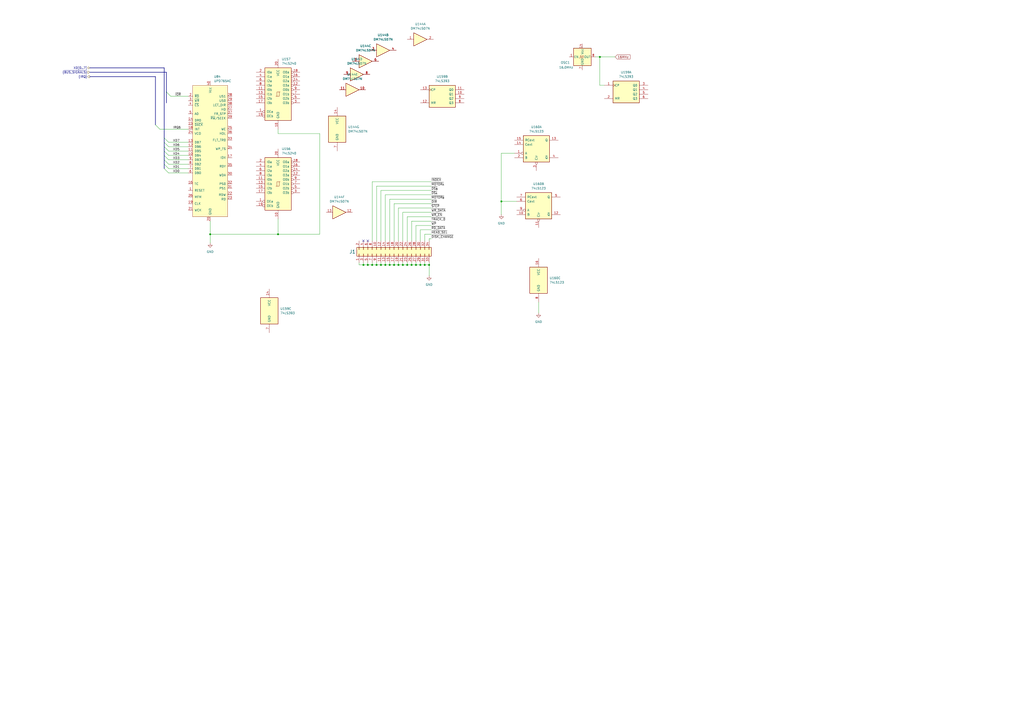
<source format=kicad_sch>
(kicad_sch (version 20250114) (generator "eeschema") (generator_version "9.0")
  (paper "A2")
  (lib_symbols
    (symbol "74xx:74LS123" (pin_names (offset 1.016))
      (property "Reference" "U" (at -7.62 8.89 0))
      (property "Value" "74LS123" (at -7.62 -8.89 0))
      (symbol "74LS123_1_0"
        (pin input line (at -12.7 5.08 0) (length 5.08) (name "RCext") (number "15"))
        (pin input line (at -12.7 2.54 0) (length 5.08) (name "Cext") (number "14"))
        (pin input inverted (at -12.7 -2.54 0) (length 5.08) (name "A") (number "1"))
        (pin input line (at -12.7 -5.08 0) (length 5.08) (name "B") (number "2"))
        (pin input inverted (at 0 -12.7 90) (length 5.08) (name "Clr") (number "3"))
        (pin output line (at 12.7 5.08 180) (length 5.08) (name "Q") (number "13"))
        (pin output line (at 12.7 -5.08 180) (length 5.08) (name "~{Q}") (number "4"))
      )
      (symbol "74LS123_1_1"
        (rectangle (start -7.62 7.62) (end 7.62 -7.62) (stroke (width 0.254)) (fill (type background)))
      )
      (symbol "74LS123_2_0"
        (pin input line (at -12.7 5.08 0) (length 5.08) (name "RCext") (number "7"))
        (pin input line (at -12.7 2.54 0) (length 5.08) (name "Cext") (number "6"))
        (pin input inverted (at -12.7 -2.54 0) (length 5.08) (name "A") (number "9"))
        (pin input line (at -12.7 -5.08 0) (length 5.08) (name "B") (number "10"))
        (pin input inverted (at 0 -12.7 90) (length 5.08) (name "Clr") (number "11"))
        (pin output line (at 12.7 5.08 180) (length 5.08) (name "Q") (number "5"))
        (pin output line (at 12.7 -5.08 180) (length 5.08) (name "~{Q}") (number "12"))
      )
      (symbol "74LS123_2_1"
        (rectangle (start -7.62 7.62) (end 7.62 -7.62) (stroke (width 0.254)) (fill (type background)))
      )
      (symbol "74LS123_3_0"
        (pin power_in line (at 0 12.7 270) (length 5.08) (name "VCC") (number "16"))
        (pin power_in line (at 0 -12.7 90) (length 5.08) (name "GND") (number "8"))
      )
      (symbol "74LS123_3_1"
        (rectangle (start -5.08 7.62) (end 5.08 -7.62) (stroke (width 0.254)) (fill (type background)))
      )
    )
    (symbol "74xx:74LS240" (pin_names (offset 1.016))
      (property "Reference" "U" (at -7.62 16.51 0))
      (property "Value" "74LS240" (at -7.62 -16.51 0))
      (symbol "74LS240_1_0"
        (polyline (pts (xy -1.27 -1.27) (xy 0.635 -1.27) (xy 0.635 1.27) (xy 1.27 1.27)))
        (polyline (pts (xy -0.635 -1.27) (xy -0.635 1.27) (xy 0.635 1.27)))
        (pin input line (at -12.7 12.7 0) (length 5.08) (name "I0a") (number "2"))
        (pin input line (at -12.7 10.16 0) (length 5.08) (name "I1a") (number "4"))
        (pin input line (at -12.7 7.62 0) (length 5.08) (name "I2a") (number "6"))
        (pin input line (at -12.7 5.08 0) (length 5.08) (name "I3a") (number "8"))
        (pin input line (at -12.7 2.54 0) (length 5.08) (name "I0b") (number "11"))
        (pin input line (at -12.7 0 0) (length 5.08) (name "I1b") (number "13"))
        (pin input line (at -12.7 -2.54 0) (length 5.08) (name "I2b") (number "15"))
        (pin input line (at -12.7 -5.08 0) (length 5.08) (name "I3b") (number "17"))
        (pin input inverted (at -12.7 -10.16 0) (length 5.08) (name "OEa") (number "1"))
        (pin input inverted (at -12.7 -12.7 0) (length 5.08) (name "OEb") (number "19"))
        (pin power_in line (at 0 20.32 270) (length 5.08) (name "VCC") (number "20"))
        (pin power_in line (at 0 -20.32 90) (length 5.08) (name "GND") (number "10"))
        (pin tri_state inverted (at 12.7 12.7 180) (length 5.08) (name "O0a") (number "18"))
        (pin tri_state inverted (at 12.7 10.16 180) (length 5.08) (name "O1a") (number "16"))
        (pin tri_state inverted (at 12.7 7.62 180) (length 5.08) (name "O2a") (number "14"))
        (pin tri_state inverted (at 12.7 5.08 180) (length 5.08) (name "O3a") (number "12"))
        (pin tri_state inverted (at 12.7 2.54 180) (length 5.08) (name "O0b") (number "9"))
        (pin tri_state inverted (at 12.7 0 180) (length 5.08) (name "O1b") (number "7"))
        (pin tri_state inverted (at 12.7 -2.54 180) (length 5.08) (name "O2b") (number "5"))
        (pin tri_state inverted (at 12.7 -5.08 180) (length 5.08) (name "O3b") (number "3"))
      )
      (symbol "74LS240_1_1"
        (rectangle (start -7.62 15.24) (end 7.62 -15.24) (stroke (width 0.254)) (fill (type background)))
      )
    )
    (symbol "74xx:74LS393" (pin_names (offset 1.016))
      (property "Reference" "U" (at -7.62 8.89 0))
      (property "Value" "74LS393" (at -7.62 -8.89 0))
      (symbol "74LS393_1_0"
        (pin input clock (at -12.7 2.54 0) (length 5.08) (name "CP") (number "1"))
        (pin input line (at -12.7 -5.08 0) (length 5.08) (name "MR") (number "2"))
        (pin output line (at 12.7 2.54 180) (length 5.08) (name "Q0") (number "3"))
        (pin output line (at 12.7 0 180) (length 5.08) (name "Q1") (number "4"))
        (pin output line (at 12.7 -2.54 180) (length 5.08) (name "Q2") (number "5"))
        (pin output line (at 12.7 -5.08 180) (length 5.08) (name "Q3") (number "6"))
      )
      (symbol "74LS393_1_1"
        (rectangle (start -7.62 5.08) (end 7.62 -7.62) (stroke (width 0.254)) (fill (type background)))
      )
      (symbol "74LS393_2_0"
        (pin input clock (at -12.7 2.54 0) (length 5.08) (name "CP") (number "13"))
        (pin input line (at -12.7 -5.08 0) (length 5.08) (name "MR") (number "12"))
        (pin output line (at 12.7 2.54 180) (length 5.08) (name "Q0") (number "11"))
        (pin output line (at 12.7 0 180) (length 5.08) (name "Q1") (number "10"))
        (pin output line (at 12.7 -2.54 180) (length 5.08) (name "Q2") (number "9"))
        (pin output line (at 12.7 -5.08 180) (length 5.08) (name "Q3") (number "8"))
      )
      (symbol "74LS393_2_1"
        (rectangle (start -7.62 5.08) (end 7.62 -7.62) (stroke (width 0.254)) (fill (type background)))
      )
      (symbol "74LS393_3_0"
        (pin power_in line (at 0 12.7 270) (length 5.08) (name "VCC") (number "14"))
        (pin power_in line (at 0 -12.7 90) (length 5.08) (name "GND") (number "7"))
      )
      (symbol "74LS393_3_1"
        (rectangle (start -5.08 7.62) (end 5.08 -7.62) (stroke (width 0.254)) (fill (type background)))
      )
    )
    (symbol "74xx:SN74LS07N" (pin_names (offset 1.016))
      (property "Reference" "U" (at 0 1.27 0))
      (property "Value" "SN74LS07N" (at 0 -1.27 0))
      (symbol "SN74LS07N_1_0"
        (polyline (pts (xy -3.81 3.81) (xy -3.81 -3.81) (xy 3.81 0) (xy -3.81 3.81)) (stroke (width 0.254)) (fill (type background)))
        (pin input line (at -7.62 0 0) (length 3.81) (name "~") (number "1"))
        (pin open_collector line (at 7.62 0 180) (length 3.81) (name "~") (number "2"))
      )
      (symbol "SN74LS07N_2_0"
        (polyline (pts (xy -3.81 3.81) (xy -3.81 -3.81) (xy 3.81 0) (xy -3.81 3.81)) (stroke (width 0.254)) (fill (type background)))
        (pin input line (at -7.62 0 0) (length 3.81) (name "~") (number "3"))
        (pin open_collector line (at 7.62 0 180) (length 3.81) (name "~") (number "4"))
      )
      (symbol "SN74LS07N_3_0"
        (polyline (pts (xy -3.81 3.81) (xy -3.81 -3.81) (xy 3.81 0) (xy -3.81 3.81)) (stroke (width 0.254)) (fill (type background)))
        (pin input line (at -7.62 0 0) (length 3.81) (name "~") (number "5"))
        (pin open_collector line (at 7.62 0 180) (length 3.81) (name "~") (number "6"))
      )
      (symbol "SN74LS07N_4_0"
        (polyline (pts (xy -3.81 3.81) (xy -3.81 -3.81) (xy 3.81 0) (xy -3.81 3.81)) (stroke (width 0.254)) (fill (type background)))
        (pin input line (at -7.62 0 0) (length 3.81) (name "~") (number "9"))
        (pin open_collector line (at 7.62 0 180) (length 3.81) (name "~") (number "8"))
      )
      (symbol "SN74LS07N_5_0"
        (polyline (pts (xy -3.81 3.81) (xy -3.81 -3.81) (xy 3.81 0) (xy -3.81 3.81)) (stroke (width 0.254)) (fill (type background)))
        (pin input line (at -7.62 0 0) (length 3.81) (name "~") (number "11"))
        (pin open_collector line (at 7.62 0 180) (length 3.81) (name "~") (number "10"))
      )
      (symbol "SN74LS07N_6_0"
        (polyline (pts (xy -3.81 3.81) (xy -3.81 -3.81) (xy 3.81 0) (xy -3.81 3.81)) (stroke (width 0.254)) (fill (type background)))
        (pin input line (at -7.62 0 0) (length 3.81) (name "~") (number "13"))
        (pin open_collector line (at 7.62 0 180) (length 3.81) (name "~") (number "12"))
      )
      (symbol "SN74LS07N_7_0"
        (pin power_in line (at 0 12.7 270) (length 5.08) (name "VCC") (number "14"))
        (pin power_in line (at 0 -12.7 90) (length 5.08) (name "GND") (number "7"))
      )
      (symbol "SN74LS07N_7_1"
        (rectangle (start -5.08 7.62) (end 5.08 -7.62) (stroke (width 0.254)) (fill (type background)))
      )
    )
    (symbol "Connector_Generic:Conn_02x17_Odd_Even" (pin_names (offset 1.016) (hide yes))
      (property "Reference" "J" (at 1.27 22.86 0))
      (property "Value" "Conn_02x17_Odd_Even" (at 1.27 -22.86 0))
      (symbol "Conn_02x17_Odd_Even_1_1"
        (rectangle (start -1.27 21.59) (end 3.81 -21.59) (stroke (width 0.254)) (fill (type background)))
        (rectangle (start -1.27 20.447) (end 0 20.193) (stroke (width 0.1524)))
        (rectangle (start -1.27 17.907) (end 0 17.653) (stroke (width 0.1524)))
        (rectangle (start -1.27 15.367) (end 0 15.113) (stroke (width 0.1524)))
        (rectangle (start -1.27 12.827) (end 0 12.573) (stroke (width 0.1524)))
        (rectangle (start -1.27 10.287) (end 0 10.033) (stroke (width 0.1524)))
        (rectangle (start -1.27 7.747) (end 0 7.493) (stroke (width 0.1524)))
        (rectangle (start -1.27 5.207) (end 0 4.953) (stroke (width 0.1524)))
        (rectangle (start -1.27 2.667) (end 0 2.413) (stroke (width 0.1524)))
        (rectangle (start -1.27 0.127) (end 0 -0.127) (stroke (width 0.1524)))
        (rectangle (start -1.27 -2.413) (end 0 -2.667) (stroke (width 0.1524)))
        (rectangle (start -1.27 -4.953) (end 0 -5.207) (stroke (width 0.1524)))
        (rectangle (start -1.27 -7.493) (end 0 -7.747) (stroke (width 0.1524)))
        (rectangle (start -1.27 -10.033) (end 0 -10.287) (stroke (width 0.1524)))
        (rectangle (start -1.27 -12.573) (end 0 -12.827) (stroke (width 0.1524)))
        (rectangle (start -1.27 -15.113) (end 0 -15.367) (stroke (width 0.1524)))
        (rectangle (start -1.27 -17.653) (end 0 -17.907) (stroke (width 0.1524)))
        (rectangle (start -1.27 -20.193) (end 0 -20.447) (stroke (width 0.1524)))
        (rectangle (start 3.81 20.447) (end 2.54 20.193) (stroke (width 0.1524)))
        (rectangle (start 3.81 17.907) (end 2.54 17.653) (stroke (width 0.1524)))
        (rectangle (start 3.81 15.367) (end 2.54 15.113) (stroke (width 0.1524)))
        (rectangle (start 3.81 12.827) (end 2.54 12.573) (stroke (width 0.1524)))
        (rectangle (start 3.81 10.287) (end 2.54 10.033) (stroke (width 0.1524)))
        (rectangle (start 3.81 7.747) (end 2.54 7.493) (stroke (width 0.1524)))
        (rectangle (start 3.81 5.207) (end 2.54 4.953) (stroke (width 0.1524)))
        (rectangle (start 3.81 2.667) (end 2.54 2.413) (stroke (width 0.1524)))
        (rectangle (start 3.81 0.127) (end 2.54 -0.127) (stroke (width 0.1524)))
        (rectangle (start 3.81 -2.413) (end 2.54 -2.667) (stroke (width 0.1524)))
        (rectangle (start 3.81 -4.953) (end 2.54 -5.207) (stroke (width 0.1524)))
        (rectangle (start 3.81 -7.493) (end 2.54 -7.747) (stroke (width 0.1524)))
        (rectangle (start 3.81 -10.033) (end 2.54 -10.287) (stroke (width 0.1524)))
        (rectangle (start 3.81 -12.573) (end 2.54 -12.827) (stroke (width 0.1524)))
        (rectangle (start 3.81 -15.113) (end 2.54 -15.367) (stroke (width 0.1524)))
        (rectangle (start 3.81 -17.653) (end 2.54 -17.907) (stroke (width 0.1524)))
        (rectangle (start 3.81 -20.193) (end 2.54 -20.447) (stroke (width 0.1524)))
        (pin passive line (at -5.08 20.32 0) (length 3.81) (name "Pin_1") (number "1"))
        (pin passive line (at -5.08 17.78 0) (length 3.81) (name "Pin_3") (number "3"))
        (pin passive line (at -5.08 15.24 0) (length 3.81) (name "Pin_5") (number "5"))
        (pin passive line (at -5.08 12.7 0) (length 3.81) (name "Pin_7") (number "7"))
        (pin passive line (at -5.08 10.16 0) (length 3.81) (name "Pin_9") (number "9"))
        (pin passive line (at -5.08 7.62 0) (length 3.81) (name "Pin_11") (number "11"))
        (pin passive line (at -5.08 5.08 0) (length 3.81) (name "Pin_13") (number "13"))
        (pin passive line (at -5.08 2.54 0) (length 3.81) (name "Pin_15") (number "15"))
        (pin passive line (at -5.08 0 0) (length 3.81) (name "Pin_17") (number "17"))
        (pin passive line (at -5.08 -2.54 0) (length 3.81) (name "Pin_19") (number "19"))
        (pin passive line (at -5.08 -5.08 0) (length 3.81) (name "Pin_21") (number "21"))
        (pin passive line (at -5.08 -7.62 0) (length 3.81) (name "Pin_23") (number "23"))
        (pin passive line (at -5.08 -10.16 0) (length 3.81) (name "Pin_25") (number "25"))
        (pin passive line (at -5.08 -12.7 0) (length 3.81) (name "Pin_27") (number "27"))
        (pin passive line (at -5.08 -15.24 0) (length 3.81) (name "Pin_29") (number "29"))
        (pin passive line (at -5.08 -17.78 0) (length 3.81) (name "Pin_31") (number "31"))
        (pin passive line (at -5.08 -20.32 0) (length 3.81) (name "Pin_33") (number "33"))
        (pin passive line (at 7.62 20.32 180) (length 3.81) (name "Pin_2") (number "2"))
        (pin passive line (at 7.62 17.78 180) (length 3.81) (name "Pin_4") (number "4"))
        (pin passive line (at 7.62 15.24 180) (length 3.81) (name "Pin_6") (number "6"))
        (pin passive line (at 7.62 12.7 180) (length 3.81) (name "Pin_8") (number "8"))
        (pin passive line (at 7.62 10.16 180) (length 3.81) (name "Pin_10") (number "10"))
        (pin passive line (at 7.62 7.62 180) (length 3.81) (name "Pin_12") (number "12"))
        (pin passive line (at 7.62 5.08 180) (length 3.81) (name "Pin_14") (number "14"))
        (pin passive line (at 7.62 2.54 180) (length 3.81) (name "Pin_16") (number "16"))
        (pin passive line (at 7.62 0 180) (length 3.81) (name "Pin_18") (number "18"))
        (pin passive line (at 7.62 -2.54 180) (length 3.81) (name "Pin_20") (number "20"))
        (pin passive line (at 7.62 -5.08 180) (length 3.81) (name "Pin_22") (number "22"))
        (pin passive line (at 7.62 -7.62 180) (length 3.81) (name "Pin_24") (number "24"))
        (pin passive line (at 7.62 -10.16 180) (length 3.81) (name "Pin_26") (number "26"))
        (pin passive line (at 7.62 -12.7 180) (length 3.81) (name "Pin_28") (number "28"))
        (pin passive line (at 7.62 -15.24 180) (length 3.81) (name "Pin_30") (number "30"))
        (pin passive line (at 7.62 -17.78 180) (length 3.81) (name "Pin_32") (number "32"))
        (pin passive line (at 7.62 -20.32 180) (length 3.81) (name "Pin_34") (number "34"))
      )
    )
    (symbol "Oscillator:CXO_DIP14" (pin_names (offset 0.254))
      (property "Reference" "Y" (at -5.08 6.35 0))
      (property "Value" "CXO_DIP14" (at 1.27 -6.35 0))
      (symbol "CXO_DIP14_0_1"
        (rectangle (start -5.08 5.08) (end 5.08 -5.08) (stroke (width 0.254)) (fill (type background)))
        (polyline (pts (xy -1.905 -0.635) (xy -1.27 -0.635) (xy -1.27 0.635) (xy -0.635 0.635) (xy -0.635 -0.635) (xy 0 -0.635) (xy 0 0.635) (xy 0.635 0.635) (xy 0.635 -0.635)))
      )
      (symbol "CXO_DIP14_1_1"
        (pin input line (at -7.62 0 0) (length 2.54) (name "EN") (number "1"))
        (pin power_in line (at 0 7.62 270) (length 2.54) (name "Vcc") (number "14"))
        (pin power_in line (at 0 -7.62 90) (length 2.54) (name "GND") (number "7"))
        (pin output line (at 7.62 0 180) (length 2.54) (name "OUT") (number "8"))
      )
    )
    (symbol "power:GND" (power) (pin_numbers (hide yes)) (pin_names (offset 0) (hide yes))
      (property "Value" "GND" (at 0 -3.81 0))
      (symbol "GND_0_1"
        (polyline (pts (xy 0 0) (xy 0 -1.27) (xy 1.27 -1.27) (xy 0 -2.54) (xy -1.27 -1.27) (xy 0 -1.27)))
      )
      (symbol "GND_1_1"
        (pin power_in line (at 0 0 270) (length 0) (name "~") (number "1"))
      )
    )
    (symbol "seequa:UPD765AC" (pin_names (offset 1.016))
      (property "Reference" "U" (at 0 45.72 0))
      (property "Value" "UPD765AC" (at 0 43.18 0))
      (symbol "UPD765AC_0_0"
        (pin input line (at -12.7 31.75 0) (length 2.54) (name "~{RD}") (number "2"))
        (pin input line (at -12.7 29.21 0) (length 2.54) (name "~{WR}") (number "3"))
        (pin input line (at -12.7 26.67 0) (length 2.54) (name "~{CS}") (number "4"))
        (pin input line (at -12.7 21.59 0) (length 2.54) (name "A0") (number "5"))
        (pin output line (at -12.7 17.78 0) (length 2.54) (name "DR0") (number "14"))
        (pin input line (at -12.7 15.24 0) (length 2.54) (name "~{DACK}") (number "15"))
        (pin output line (at -12.7 12.7 0) (length 2.54) (name "INT") (number "18"))
        (pin input line (at -12.7 10.16 0) (length 2.54) (name "VCO") (number "24"))
        (pin tri_state line (at -12.7 5.08 0) (length 2.54) (name "DB7") (number "13"))
        (pin tri_state line (at -12.7 2.54 0) (length 2.54) (name "DB6") (number "12"))
        (pin tri_state line (at -12.7 0 0) (length 2.54) (name "DB5") (number "11"))
        (pin tri_state line (at -12.7 -2.54 0) (length 2.54) (name "DB4") (number "10"))
        (pin tri_state line (at -12.7 -5.08 0) (length 2.54) (name "DB3") (number "9"))
        (pin tri_state line (at -12.7 -7.62 0) (length 2.54) (name "DB2") (number "8"))
        (pin tri_state line (at -12.7 -10.16 0) (length 2.54) (name "DB1") (number "7"))
        (pin tri_state line (at -12.7 -12.7 0) (length 2.54) (name "DB0") (number "6"))
        (pin input line (at -12.7 -19.05 0) (length 2.54) (name "TC") (number "16"))
        (pin input line (at -12.7 -22.86 0) (length 2.54) (name "RESET") (number "1"))
        (pin output line (at -12.7 -26.67 0) (length 2.54) (name "MFM") (number "26"))
        (pin input line (at -12.7 -30.48 0) (length 2.54) (name "CLK") (number "19"))
        (pin input line (at -12.7 -34.29 0) (length 2.54) (name "WCK") (number "21"))
        (pin power_in line (at 0 40.64 270) (length 2.54) (name "Vcc") (number "40"))
        (pin power_in line (at 0 -40.64 90) (length 2.54) (name "GND") (number "20"))
        (pin output line (at 12.7 31.75 180) (length 2.54) (name "US1") (number "28"))
        (pin output line (at 12.7 29.21 180) (length 2.54) (name "US0") (number "29"))
        (pin output line (at 12.7 26.67 180) (length 2.54) (name "LCT_DIR") (number "38"))
        (pin output line (at 12.7 24.13 180) (length 2.54) (name "HD") (number "27"))
        (pin output line (at 12.7 21.59 180) (length 2.54) (name "FR_STP") (number "37"))
        (pin output line (at 12.7 19.05 180) (length 2.54) (name "~{RW}/SEEK") (number "39"))
        (pin output line (at 12.7 12.7 180) (length 2.54) (name "WE") (number "25"))
        (pin output line (at 12.7 10.16 180) (length 2.54) (name "HDL") (number "36"))
        (pin input line (at 12.7 6.35 180) (length 2.54) (name "FLT_TR0") (number "33"))
        (pin input line (at 12.7 1.27 180) (length 2.54) (name "WP_TS") (number "34"))
        (pin input line (at 12.7 -3.81 180) (length 2.54) (name "IDX") (number "17"))
        (pin input line (at 12.7 -8.89 180) (length 2.54) (name "RDY") (number "35"))
        (pin output line (at 12.7 -13.97 180) (length 2.54) (name "WDA") (number "30"))
        (pin output line (at 12.7 -19.05 180) (length 2.54) (name "PS0") (number "32"))
        (pin output line (at 12.7 -21.59 180) (length 2.54) (name "PS1") (number "31"))
        (pin input line (at 12.7 -25.4 180) (length 2.54) (name "RDW") (number "22"))
        (pin input line (at 12.7 -27.94 180) (length 2.54) (name "RD") (number "23"))
      )
      (symbol "UPD765AC_0_1"
        (rectangle (start -10.16 38.1) (end 10.16 -38.1) (fill (type background)))
      )
    )
  )
  (junction (at 220.98 153.67))
  (junction (at 290.83 116.84))
  (junction (at 243.84 153.67))
  (junction (at 228.6 153.67))
  (junction (at 233.68 153.67))
  (junction (at 241.3 153.67))
  (junction (at 218.44 153.67))
  (junction (at 215.9 153.67))
  (junction (at 231.14 153.67))
  (junction (at 223.52 153.67))
  (junction (at 248.92 153.67))
  (junction (at 226.06 153.67))
  (junction (at 347.98 33.02))
  (junction (at 213.36 153.67))
  (junction (at 238.76 153.67))
  (junction (at 161.29 135.89))
  (junction (at 121.92 135.89))
  (junction (at 236.22 153.67))
  (junction (at 246.38 153.67))
  (junction (at 210.82 153.67))
  (no_connect (at 210.82 139.7))
  (no_connect (at 213.36 139.7))
  (bus_entry (at 95.25 82.55) (size 2.54 2.54))
  (bus_entry (at 90.17 72.39) (size 2.54 2.54))
  (bus_entry (at 95.25 95.25) (size 2.54 2.54))
  (bus_entry (at 95.25 92.71) (size 2.54 2.54))
  (bus_entry (at 95.25 80.01) (size 2.54 2.54))
  (bus_entry (at 95.25 90.17) (size 2.54 2.54))
  (bus_entry (at 95.25 85.09) (size 2.54 2.54))
  (bus_entry (at 95.25 97.79) (size 2.54 2.54))
  (bus_entry (at 96.52 53.34) (size 2.54 2.54))
  (bus_entry (at 95.25 87.63) (size 2.54 2.54))
  (wire (pts (xy 233.68 153.67) (xy 233.68 152.4)))
  (bus (pts (xy 95.25 90.17) (xy 95.25 92.71)))
  (wire (pts (xy 223.52 153.67) (xy 220.98 153.67)))
  (wire (pts (xy 250.19 113.03) (xy 223.52 113.03)))
  (wire (pts (xy 213.36 153.67) (xy 213.36 152.4)))
  (wire (pts (xy 121.92 135.89) (xy 121.92 140.97)))
  (wire (pts (xy 250.19 128.27) (xy 238.76 128.27)))
  (wire (pts (xy 236.22 125.73) (xy 236.22 139.7)))
  (wire (pts (xy 250.19 107.95) (xy 218.44 107.95)))
  (bus (pts (xy 95.25 92.71) (xy 95.25 95.25)))
  (wire (pts (xy 250.19 120.65) (xy 231.14 120.65)))
  (wire (pts (xy 97.79 85.09) (xy 109.22 85.09)))
  (wire (pts (xy 250.19 105.41) (xy 215.9 105.41)))
  (bus (pts (xy 95.25 39.37) (xy 95.25 80.01)))
  (wire (pts (xy 161.29 74.93) (xy 161.29 77.47)))
  (wire (pts (xy 248.92 160.02) (xy 248.92 153.67)))
  (wire (pts (xy 228.6 118.11) (xy 228.6 139.7)))
  (wire (pts (xy 218.44 107.95) (xy 218.44 139.7)))
  (wire (pts (xy 97.79 87.63) (xy 109.22 87.63)))
  (wire (pts (xy 218.44 153.67) (xy 215.9 153.67)))
  (bus (pts (xy 95.25 85.09) (xy 95.25 87.63)))
  (wire (pts (xy 97.79 100.33) (xy 109.22 100.33)))
  (wire (pts (xy 231.14 153.67) (xy 228.6 153.67)))
  (wire (pts (xy 290.83 116.84) (xy 290.83 124.46)))
  (bus (pts (xy 95.25 80.01) (xy 95.25 82.55)))
  (bus (pts (xy 90.17 44.45) (xy 90.17 72.39)))
  (wire (pts (xy 250.19 135.89) (xy 246.38 135.89)))
  (wire (pts (xy 248.92 153.67) (xy 246.38 153.67)))
  (wire (pts (xy 250.19 118.11) (xy 228.6 118.11)))
  (wire (pts (xy 236.22 153.67) (xy 236.22 152.4)))
  (wire (pts (xy 231.14 120.65) (xy 231.14 139.7)))
  (bus (pts (xy 96.52 53.34) (xy 96.52 59.69)))
  (wire (pts (xy 298.45 88.9) (xy 290.83 88.9)))
  (wire (pts (xy 241.3 153.67) (xy 241.3 152.4)))
  (wire (pts (xy 250.19 115.57) (xy 226.06 115.57)))
  (wire (pts (xy 241.3 130.81) (xy 241.3 139.7)))
  (wire (pts (xy 347.98 33.02) (xy 347.98 49.53)))
  (wire (pts (xy 238.76 128.27) (xy 238.76 139.7)))
  (wire (pts (xy 97.79 90.17) (xy 109.22 90.17)))
  (wire (pts (xy 347.98 49.53) (xy 350.52 49.53)))
  (wire (pts (xy 161.29 127) (xy 161.29 135.89)))
  (wire (pts (xy 243.84 133.35) (xy 243.84 139.7)))
  (wire (pts (xy 218.44 153.67) (xy 218.44 152.4)))
  (wire (pts (xy 246.38 153.67) (xy 246.38 152.4)))
  (bus (pts (xy 95.25 87.63) (xy 95.25 90.17)))
  (wire (pts (xy 312.42 181.61) (xy 312.42 175.26)))
  (wire (pts (xy 290.83 116.84) (xy 299.72 116.84)))
  (bus (pts (xy 52.07 41.91) (xy 96.52 41.91)))
  (wire (pts (xy 210.82 153.67) (xy 210.82 152.4)))
  (wire (pts (xy 231.14 153.67) (xy 231.14 152.4)))
  (wire (pts (xy 250.19 125.73) (xy 236.22 125.73)))
  (bus (pts (xy 96.52 41.91) (xy 96.52 53.34)))
  (wire (pts (xy 246.38 153.67) (xy 243.84 153.67)))
  (wire (pts (xy 97.79 97.79) (xy 109.22 97.79)))
  (wire (pts (xy 345.44 33.02) (xy 347.98 33.02)))
  (wire (pts (xy 250.19 133.35) (xy 243.84 133.35)))
  (wire (pts (xy 226.06 153.67) (xy 226.06 152.4)))
  (wire (pts (xy 223.52 153.67) (xy 223.52 152.4)))
  (wire (pts (xy 215.9 153.67) (xy 215.9 152.4)))
  (wire (pts (xy 236.22 153.67) (xy 233.68 153.67)))
  (wire (pts (xy 347.98 33.02) (xy 356.87 33.02)))
  (wire (pts (xy 208.28 153.67) (xy 208.28 152.4)))
  (wire (pts (xy 250.19 123.19) (xy 233.68 123.19)))
  (bus (pts (xy 95.25 95.25) (xy 95.25 97.79)))
  (wire (pts (xy 233.68 153.67) (xy 231.14 153.67)))
  (wire (pts (xy 215.9 105.41) (xy 215.9 139.7)))
  (wire (pts (xy 250.19 130.81) (xy 241.3 130.81)))
  (bus (pts (xy 52.07 39.37) (xy 95.25 39.37)))
  (wire (pts (xy 185.42 77.47) (xy 185.42 135.89)))
  (wire (pts (xy 226.06 115.57) (xy 226.06 139.7)))
  (wire (pts (xy 248.92 138.43) (xy 248.92 139.7)))
  (wire (pts (xy 250.19 110.49) (xy 220.98 110.49)))
  (wire (pts (xy 226.06 153.67) (xy 223.52 153.67)))
  (wire (pts (xy 290.83 88.9) (xy 290.83 116.84)))
  (wire (pts (xy 99.06 55.88) (xy 109.22 55.88)))
  (wire (pts (xy 233.68 123.19) (xy 233.68 139.7)))
  (bus (pts (xy 52.07 44.45) (xy 90.17 44.45)))
  (wire (pts (xy 220.98 153.67) (xy 220.98 152.4)))
  (wire (pts (xy 223.52 113.03) (xy 223.52 139.7)))
  (wire (pts (xy 228.6 153.67) (xy 226.06 153.67)))
  (wire (pts (xy 220.98 153.67) (xy 218.44 153.67)))
  (wire (pts (xy 97.79 92.71) (xy 109.22 92.71)))
  (wire (pts (xy 215.9 153.67) (xy 213.36 153.67)))
  (wire (pts (xy 241.3 153.67) (xy 238.76 153.67)))
  (wire (pts (xy 161.29 77.47) (xy 185.42 77.47)))
  (wire (pts (xy 238.76 153.67) (xy 236.22 153.67)))
  (wire (pts (xy 250.19 138.43) (xy 248.92 138.43)))
  (wire (pts (xy 243.84 153.67) (xy 243.84 152.4)))
  (wire (pts (xy 243.84 153.67) (xy 241.3 153.67)))
  (wire (pts (xy 220.98 110.49) (xy 220.98 139.7)))
  (wire (pts (xy 185.42 135.89) (xy 161.29 135.89)))
  (wire (pts (xy 97.79 82.55) (xy 109.22 82.55)))
  (wire (pts (xy 210.82 153.67) (xy 208.28 153.67)))
  (wire (pts (xy 121.92 128.27) (xy 121.92 135.89)))
  (wire (pts (xy 161.29 135.89) (xy 121.92 135.89)))
  (bus (pts (xy 95.25 82.55) (xy 95.25 85.09)))
  (wire (pts (xy 213.36 153.67) (xy 210.82 153.67)))
  (wire (pts (xy 246.38 135.89) (xy 246.38 139.7)))
  (wire (pts (xy 228.6 153.67) (xy 228.6 152.4)))
  (wire (pts (xy 92.71 74.93) (xy 109.22 74.93)))
  (wire (pts (xy 97.79 95.25) (xy 109.22 95.25)))
  (wire (pts (xy 238.76 153.67) (xy 238.76 152.4)))
  (wire (pts (xy 248.92 153.67) (xy 248.92 152.4)))
  (label "XD4" (at 100.33 90.17 0))
  (label "~{MOTOR_{A}}" (at 250.19 107.95 0))
  (label "~{WR_DATA}" (at 250.19 123.19 0))
  (label "XD5" (at 100.33 87.63 0))
  (label "~{MOTOR_{B}}" (at 250.19 115.57 0))
  (label "XD2" (at 100.33 95.25 0))
  (label "~{DIR}" (at 250.19 118.11 0))
  (label "~{HEAD_SEL}" (at 250.19 135.89 0))
  (label "~{INDEX}" (at 250.19 105.41 0))
  (label "~{DS_{B}}" (at 250.19 110.49 0))
  (label "IRQ6" (at 100.33 74.93 0))
  (label "~{IOR}" (at 101.6 55.88 0))
  (label "~{STEP}" (at 250.19 120.65 0))
  (label "XD6" (at 100.33 85.09 0))
  (label "XD0" (at 100.33 100.33 0))
  (label "~{WR_EN}" (at 250.19 125.73 0))
  (label "XD1" (at 100.33 97.79 0))
  (label "~{DS_{A}}" (at 250.19 113.03 0))
  (label "~{RD_DATA}" (at 250.19 133.35 0))
  (label "XD7" (at 100.33 82.55 0))
  (label "XD3" (at 100.33 92.71 0))
  (label "~{TRACK_0}" (at 250.19 128.27 0))
  (label "~{WP}" (at 250.19 130.81 0))
  (label "~{DISK_CHANGE}" (at 250.19 138.43 0))
  (global_label "16MHz" (shape input) (at 356.87 33.02 0) (property "Intersheetrefs" "${INTERSHEET_REFS}" (effects (hide yes))))
  (hierarchical_label "{IRQ}" (shape output) (at 52.07 44.45 180))
  (hierarchical_label "{~{BUS_SIGNALS}}" (shape input) (at 52.07 41.91 180))
  (hierarchical_label "XD[0..7]" (shape bidirectional) (at 52.07 39.37 180))
  (symbol (lib_id "Oscillator:CXO_DIP14") (at 337.82 33.02 0) (unit 1)
    (property "Reference" "OSC1" (at 327.914 36.322 0))
    (property "Value" "16.0MHz" (at 328.422 39.116 0))
    (property "Footprint" "Oscillator:Oscillator_DIP-14" (effects (hide yes)))
    (property "Datasheet" "http://cdn-reichelt.de/documents/datenblatt/B400/OSZI.pdf" (effects (hide yes)))
    (property "Description" "Crystal Clock Oscillator, DIP14-style metal package" (effects (hide yes)))
  )
  (symbol (lib_id "power:GND") (at 248.92 160.02 0) (unit 1)
    (property "Reference" "#PWR056" (effects (hide yes)))
    (property "Value" "GND" (at 248.92 165.1 0))
    (property "Description" "Power symbol creates a global label with name \"GND\" , ground" (effects (hide yes)))
  )
  (symbol (lib_id "74xx:74LS240") (at 161.29 54.61 0) (unit 1)
    (property "Reference" "U157" (at 163.4333 34.29 0) (effects (justify left)))
    (property "Value" "74LS240" (at 163.4333 36.83 0) (effects (justify left)))
    (property "Footprint" "Package_DIP:DIP-20_W7.62mm" (effects (hide yes)))
    (property "Datasheet" "http://www.ti.com/lit/ds/symlink/sn74ls240.pdf" (effects (hide yes)))
    (property "Description" "Octal Buffer and Line Driver With 3-State Output, active-low enables, inverting outputs" (effects (hide yes)))
  )
  (symbol (lib_id "74xx:SN74LS07N") (at 207.01 43.18 0) (unit 4)
    (property "Reference" "U144" (at 207.01 34.29 0))
    (property "Value" "DM74LS07N" (at 207.01 36.83 0))
    (property "Footprint" "Package_DIP:DIP-14_W7.62mm" (effects (hide yes)))
    (property "Datasheet" "https://www.alldatasheet.com/datasheet-pdf/download/50892/FAIRCHILD/DM7407N.html" (effects (hide yes)))
    (property "Description" "Hex Buffers and Drivers With Open Collector High Voltage Outputs" (effects (hide yes)))
  )
  (symbol (lib_id "74xx:74LS393") (at 256.54 54.61 0) (unit 2)
    (property "Reference" "U159" (at 256.54 44.45 0))
    (property "Value" "74LS393" (at 256.54 46.99 0))
    (property "Footprint" "Package_DIP:DIP-14_W7.62mm" (effects (hide yes)))
    (property "Datasheet" "74xx\\74LS393.pdf" (effects (hide yes)))
    (property "Description" "Dual BCD 4-bit counter" (effects (hide yes)))
  )
  (symbol (lib_id "74xx:74LS393") (at 363.22 52.07 0) (unit 1)
    (property "Reference" "U159" (at 363.22 41.91 0))
    (property "Value" "74LS393" (at 363.22 44.45 0))
    (property "Footprint" "Package_DIP:DIP-14_W7.62mm" (effects (hide yes)))
    (property "Datasheet" "74xx\\74LS393.pdf" (effects (hide yes)))
    (property "Description" "Dual BCD 4-bit counter" (effects (hide yes)))
  )
  (symbol (lib_id "seequa:UPD765AC") (at 121.92 87.63 0) (unit 1)
    (property "Reference" "U84" (at 124.0633 44.45 0) (effects (justify left)))
    (property "Value" "UPD765AC" (at 124.0633 46.99 0) (effects (justify left)))
    (property "Footprint" "Package_DIP:DIP-40_W15.24mm" (effects (hide yes)))
  )
  (symbol (lib_id "74xx:SN74LS07N") (at 222.25 29.21 0) (unit 2)
    (property "Reference" "U144" (at 222.25 20.32 0))
    (property "Value" "DM74LS07N" (at 222.25 22.86 0))
    (property "Footprint" "Package_DIP:DIP-14_W7.62mm" (effects (hide yes)))
    (property "Datasheet" "https://www.alldatasheet.com/datasheet-pdf/download/50892/FAIRCHILD/DM7407N.html" (effects (hide yes)))
    (property "Description" "Hex Buffers and Drivers With Open Collector High Voltage Outputs" (effects (hide yes)))
  )
  (symbol (lib_id "power:GND") (at 290.83 124.46 0) (unit 1)
    (property "Reference" "#PWR0109" (effects (hide yes)))
    (property "Value" "GND" (at 290.83 129.54 0))
    (property "Description" "Power symbol creates a global label with name \"GND\" , ground" (effects (hide yes)))
  )
  (symbol (lib_id "power:GND") (at 121.92 140.97 0) (unit 1)
    (property "Reference" "#PWR087" (effects (hide yes)))
    (property "Value" "GND" (at 121.92 146.05 0))
    (property "Description" "Power symbol creates a global label with name \"GND\" , ground" (effects (hide yes)))
  )
  (symbol (lib_id "Connector_Generic:Conn_02x17_Odd_Even") (at 228.6 147.32 90) (unit 1)
    (property "Reference" "J1" (at 204.47 146.05 90) (effects (font (size 2 2) (thickness 0.254) (bold yes))))
    (property "Value" "Conn_02x17_Odd_Even" (effects (hide yes)))
    (property "Footprint" "Connector_PinHeader_2.54mm:PinHeader_2x17_P2.54mm_Vertical" (effects (hide yes)))
    (property "Description" "Generic connector, double row, 02x17, odd/even pin numbering scheme (row 1 odd numbers, row 2 even numbers), script generated (kicad-library-utils/schlib/autogen/connector/)" (effects (hide yes)))
  )
  (symbol (lib_id "power:GND") (at 312.42 181.61 0) (unit 1)
    (property "Reference" "#PWR0108" (effects (hide yes)))
    (property "Value" "GND" (at 312.42 186.69 0))
    (property "Description" "Power symbol creates a global label with name \"GND\" , ground" (effects (hide yes)))
  )
  (symbol (lib_id "74xx:SN74LS07N") (at 195.58 74.93 0) (unit 7)
    (property "Reference" "U144" (at 201.93 73.6599 0) (effects (justify left)))
    (property "Value" "DM74LS07N" (at 201.93 76.1999 0) (effects (justify left)))
    (property "Footprint" "Package_DIP:DIP-14_W7.62mm" (effects (hide yes)))
    (property "Datasheet" "https://www.alldatasheet.com/datasheet-pdf/download/50892/FAIRCHILD/DM7407N.html" (effects (hide yes)))
    (property "Description" "Hex Buffers and Drivers With Open Collector High Voltage Outputs" (effects (hide yes)))
  )
  (symbol (lib_id "74xx:74LS123") (at 312.42 119.38 0) (unit 2)
    (property "Reference" "U160" (at 312.42 106.68 0))
    (property "Value" "74LS123" (at 312.42 109.22 0))
    (property "Footprint" "Package_DIP:DIP-16_W7.62mm" (effects (hide yes)))
    (property "Datasheet" "http://www.ti.com/lit/gpn/sn74LS123" (effects (hide yes)))
    (property "Description" "Dual retriggerable Monostable" (effects (hide yes)))
  )
  (symbol (lib_id "74xx:74LS240") (at 161.29 106.68 0) (unit 1)
    (property "Reference" "U156" (at 163.4333 86.36 0) (effects (justify left)))
    (property "Value" "74LS240" (at 163.4333 88.9 0) (effects (justify left)))
    (property "Footprint" "Package_DIP:DIP-20_W7.62mm" (effects (hide yes)))
    (property "Datasheet" "http://www.ti.com/lit/ds/symlink/sn74ls240.pdf" (effects (hide yes)))
    (property "Description" "Octal Buffer and Line Driver With 3-State Output, active-low enables, inverting outputs" (effects (hide yes)))
  )
  (symbol (lib_id "74xx:74LS123") (at 311.15 86.36 0) (unit 1)
    (property "Reference" "U160" (at 311.15 73.66 0))
    (property "Value" "74LS123" (at 311.15 76.2 0))
    (property "Footprint" "Package_DIP:DIP-16_W7.62mm" (effects (hide yes)))
    (property "Datasheet" "http://www.ti.com/lit/gpn/sn74LS123" (effects (hide yes)))
    (property "Description" "Dual retriggerable Monostable" (effects (hide yes)))
  )
  (symbol (lib_id "74xx:SN74LS07N") (at 212.09 35.56 0) (unit 3)
    (property "Reference" "U144" (at 212.09 26.67 0))
    (property "Value" "DM74LS07N" (at 212.09 29.21 0))
    (property "Footprint" "Package_DIP:DIP-14_W7.62mm" (effects (hide yes)))
    (property "Datasheet" "https://www.alldatasheet.com/datasheet-pdf/download/50892/FAIRCHILD/DM7407N.html" (effects (hide yes)))
    (property "Description" "Hex Buffers and Drivers With Open Collector High Voltage Outputs" (effects (hide yes)))
  )
  (symbol (lib_id "74xx:74LS393") (at 156.21 180.34 0) (unit 3)
    (property "Reference" "U159" (at 162.56 179.0699 0) (effects (justify left)))
    (property "Value" "74LS393" (at 162.56 181.6099 0) (effects (justify left)))
    (property "Footprint" "Package_DIP:DIP-14_W7.62mm" (effects (hide yes)))
    (property "Datasheet" "74xx\\74LS393.pdf" (effects (hide yes)))
    (property "Description" "Dual BCD 4-bit counter" (effects (hide yes)))
  )
  (symbol (lib_id "74xx:SN74LS07N") (at 243.84 22.86 0) (unit 1)
    (property "Reference" "U144" (at 243.84 13.97 0))
    (property "Value" "DM74LS07N" (at 243.84 16.51 0))
    (property "Footprint" "Package_DIP:DIP-14_W7.62mm" (effects (hide yes)))
    (property "Datasheet" "https://www.alldatasheet.com/datasheet-pdf/download/50892/FAIRCHILD/DM7407N.html" (effects (hide yes)))
    (property "Description" "Hex Buffers and Drivers With Open Collector High Voltage Outputs" (effects (hide yes)))
  )
  (symbol (lib_id "74xx:74LS123") (at 312.42 162.56 0) (unit 3)
    (property "Reference" "U160" (at 318.77 161.2899 0) (effects (justify left)))
    (property "Value" "74LS123" (at 318.77 163.8299 0) (effects (justify left)))
    (property "Footprint" "Package_DIP:DIP-16_W7.62mm" (effects (hide yes)))
    (property "Datasheet" "http://www.ti.com/lit/gpn/sn74LS123" (effects (hide yes)))
    (property "Description" "Dual retriggerable Monostable" (effects (hide yes)))
  )
  (symbol (lib_id "74xx:SN74LS07N") (at 204.47 52.07 0) (unit 5)
    (property "Reference" "U144" (at 204.47 43.18 0))
    (property "Value" "DM74LS07N" (at 204.47 45.72 0))
    (property "Footprint" "Package_DIP:DIP-14_W7.62mm" (effects (hide yes)))
    (property "Datasheet" "https://www.alldatasheet.com/datasheet-pdf/download/50892/FAIRCHILD/DM7407N.html" (effects (hide yes)))
    (property "Description" "Hex Buffers and Drivers With Open Collector High Voltage Outputs" (effects (hide yes)))
  )
  (symbol (lib_id "74xx:SN74LS07N") (at 196.85 123.19 0) (unit 6)
    (property "Reference" "U144" (at 196.85 114.3 0))
    (property "Value" "DM74LS07N" (at 196.85 116.84 0))
    (property "Footprint" "Package_DIP:DIP-14_W7.62mm" (effects (hide yes)))
    (property "Datasheet" "https://www.alldatasheet.com/datasheet-pdf/download/50892/FAIRCHILD/DM7407N.html" (effects (hide yes)))
    (property "Description" "Hex Buffers and Drivers With Open Collector High Voltage Outputs" (effects (hide yes)))
  )
)
</source>
